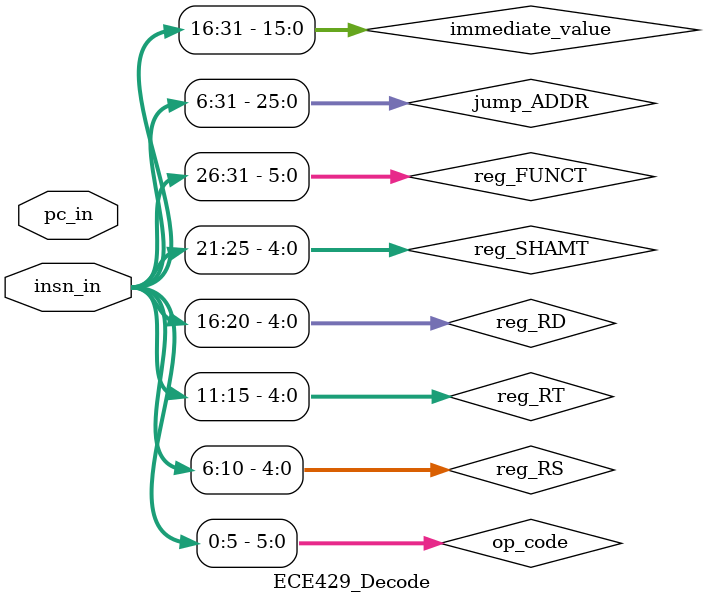
<source format=v>
module ECE429_Decode( insn_in, pc_in );

input[0:31] insn_in;
input[0:31] pc_in;



/* R-Type
 *    A     B     C     D     E     F
 * |-----------------------------------|
 * |  6  |  5  |  5  |  5  |  5  |  6  |
 * |-----------------------------------|
 *
 * J-Type
 *    A                G
 * |-----------------------------------|
 * |  6  |             26              |
 * |-----------------------------------|
 *
 * I-Type
 *    A     B     C          H
 * |-----------------------------------|
 * |  6  |  5  |  5  |       16        |
 * |-----------------------------------|
 *
 *
 *         Letter            Reg Name
 *           A               op_code
 *           B               reg_RS
 *           C               reg_RT
 *           D               reg_RD
 *           E               reg_SHAMT
 *           F               reg_FUNCT
 *           G               jump_ADDR
 *           H               immediate_value
 *
 */
reg[0:5] op_code;
reg[0:4] reg_RS;
reg[0:4] reg_RT;
reg[0:4] reg_RD;
reg[0:4] reg_SHAMT;
reg[0:5] reg_FUNCT;
reg[0:25] jump_ADDR;
reg signed[0:15] immediate_value;

reg[0:31] nextPC;

/******************************************************************
 *                 EXTRACT DATA FROM INSTRUCTION
 ******************************************************************/
/*
always @(insn_in) begin
	op_code = insn_in[0:5];
end

always @(insn_in) begin
	reg_RS = insn_in[6:10];
end

always @(insn_in) begin
	reg_RT = insn_in[11:15];
end

always @(insn_in) begin
	reg_RD = insn_in[16:20];
end

always @(insn_in) begin
	reg_SHAMT = insn_in[21:25];
end

always @(insn_in) begin
	reg_FUNCT = insn_in[26:31];
end

always @(insn_in) begin
	jump_ADDR = insn_in[6:31];
end

always @(insn_in) begin
	immediate_value = insn_in[16:31];
end

// Calculate the next P (for jumps)
always @(pc_in) begin
	nextPC = pc_in + 4;
end
*/


/******************************************************************
 *                 PARSE INSTRUCTION OPCODE
 *-----------------------------------------------------------------
 * Update whenever the instruction changes
 ******************************************************************/
always @( insn_in )
begin

	op_code = insn_in[0:5];
	reg_RS = insn_in[6:10];
	reg_RT = insn_in[11:15];
	reg_RD = insn_in[16:20];
	reg_SHAMT = insn_in[21:25];
	reg_FUNCT = insn_in[26:31];
	jump_ADDR = insn_in[6:31];
	immediate_value = insn_in[16:31];
	nextPC = pc_in + 4;
	
	
	// Check whether a NOP or a valid instruction
	if( insn_in == 32'h00000000 ) begin
		$display("NOP\n");
	end else begin
	
		case( op_code )
		
			// SPECIAL opcode
			6'b000000:
			begin
				case( reg_FUNCT )
				
					6'b000000:				// SLL
					begin
						$display("SLL $%d, $%d, $%d\n", reg_RD, reg_RT, reg_SHAMT);
					end
					6'b000010:				// SRL
					begin
						$display("SRL $%d, $%d, $%d\n", reg_RD, reg_RT, reg_SHAMT);
					end
					6'b000011:				// SRA
					begin
						$display("SRA $%d, $%d, $%d\n", reg_RD, reg_RT, reg_SHAMT);
					end
					6'b001000:				// JR
					begin
						$display("JR $%d\n", reg_RS);			// TODO: What do with other values in insn?  What is 10-bit zeroes and "hint"?
					end
					6'b100000:				// ADD
					begin
						$display("ADD $%d, $%d, $%d\n", reg_RD, reg_RS, reg_RT);
					end
					6'b100001:				// ADDU
					begin
						$display("ADDU $%d, $%d, $%d\n", reg_RD, reg_RS, reg_RT);
					end
					6'b100010:				// SUB
					begin
						$display("SUB $%d, $%d, $%d\n", reg_RD, reg_RS, reg_RT);
					end
					6'b100011:				// SUBU
					begin
						$display("SUBU $%d, $%d, $%d\n", reg_RD, reg_RS, reg_RT);
					end
					6'b100100:				// AND
					begin
						$display("AND $%d, $%d, $%d\n", reg_RD, reg_RS, reg_RT);
					end
					6'b100101:				// OR
					begin
						$display("OR $%d, $%d, $%d\n", reg_RD, reg_RS, reg_RT);
					end
					6'b100110:				// XOR
					begin
						$display("XOR $%d, $%d, $%d\n", reg_RD, reg_RS, reg_RT);
					end
					6'b100111:				// NOR
					begin
						$display("NOR $%d, $%d, $%d\n", reg_RD, reg_RS, reg_RT);
					end
					6'b101010:				// SLT
					begin
						$display("SLT $%d, $%d, $%d\n", reg_RD, reg_RS, reg_RT);
					end
					6'b101011:				// SLTU
					begin
						$display("SLTU $%d, $%d, $%d\n", reg_RD, reg_RS, reg_RT);
					end
					default:				// Error
					begin
						$display("Error decoding SPECIAL opcode: %b\n", reg_FUNCT);
					end
					
				endcase
			end
			
			// REGIMM opcode
			6'b000001:
			begin
				case( reg_RT )
				
					5'b00000:				// BLTZ
					begin
						$display("BLTZ $%d, %d\n", reg_RS, {immediate_value, 2'b00});
					end
					5'b00001:				// BGEZ
					begin
						$display("BGEZ $%d, %d\n", reg_RS, {immediate_value, 2'b00});
					end
					default:				// Error
					begin
						$display("Error decoding REGIMM opcode\n");
					end
					
				endcase
			end
			
			// J
			6'b000010:
			begin
				$display("J 0x%h\n", {nextPC[0:3], jump_ADDR, 2'b00});		// TODO: Calculate jump address
			end
			
			// JAL
			6'b000011:
			begin
				$display("JAL 0x%h\n", {nextPC[0:3], jump_ADDR, 2'b00});		// TODO: Calculate jump address
			end
			
			// BEQ
			6'b000100:
			begin
				$display("BEQ $%d, $%d, 0x%h\n", reg_RS, reg_RT, nextPC + $signed({immediate_value, 2'b00}));
			end
			
			// BNE
			6'b000101:
			begin
				$display("BNE $%d, $%d, 0x%h\n", reg_RS, reg_RT, nextPC + $signed({immediate_value, 2'b00}));
			end
			
			// BLEZ
			6'b000110:
			begin
				$display("BLEZ $%d, 0x%h\n", reg_RS, nextPC + $signed({immediate_value, 2'b00}));
			end
			
			// BGTZ
			6'b000110:
			begin
				$display("BGTZ $%d, 0x%h\n", reg_RS, nextPC + $signed({immediate_value, 2'b00}));
			end
			
			// ADDIU
			6'b001001:
			begin
				$display("ADDIU $%d, $%d, %d\n", reg_RT, reg_RS, immediate_value);
			end
			
			// SLTI
			6'b001010:
			begin
				$display("SLTI $%d, $%d, %d\n", reg_RT, reg_RS, immediate_value);
			end
			
			// ORI
			6'b001101:
			begin
				$display("ORI $%d, $%d, 0x%h\n", reg_RT, reg_RS, immediate_value);
			end
			
			// LUI
			6'b001111:
			begin
				$display("LUI $%d, 0x%h\n", reg_RT, immediate_value);
			end
			
			// SPECIAL2
			6'b011100:
			begin
				case( reg_FUNCT )
					6'b000010:				// MUL
					begin
						$display("MUL $%d, $%d, $%d\n", reg_RD, reg_RS, reg_RT);
					end
					default:				// Error
					begin
						$display("Error decoding SPECIAL2 opcode\n");
					end
				endcase
			end
			
			// LB
			6'b100000:
			begin
				$display("LB $%d, %d($%d)\n", reg_RT, immediate_value, reg_RS);
			end
			
			// LW
			6'b100011:
			begin
				$display("LW $%d, %d($%d)\n", reg_RT, immediate_value, reg_RS);
			end
			
			// LBU
			6'b100100:
			begin
				$display("LBU $%d, %d($%d)\n", reg_RT, immediate_value, reg_RS);
			end
			
			// SB
			6'b101000:
			begin
				$display("SB $%d, %d($%d)\n", reg_RT, immediate_value, reg_RS);
			end
			
			// SW
			6'b101011:
			begin
				$display("SW $%d, %d($%d)\n", reg_RT, immediate_value, reg_RS);
			end
			
			
			// Error: Could not parse instruction
			default :
			begin
				$display("ERROR: Opcode not recognized: %b\n", insn_in);
			end
		
		endcase
		
	end

end



endmodule

</source>
